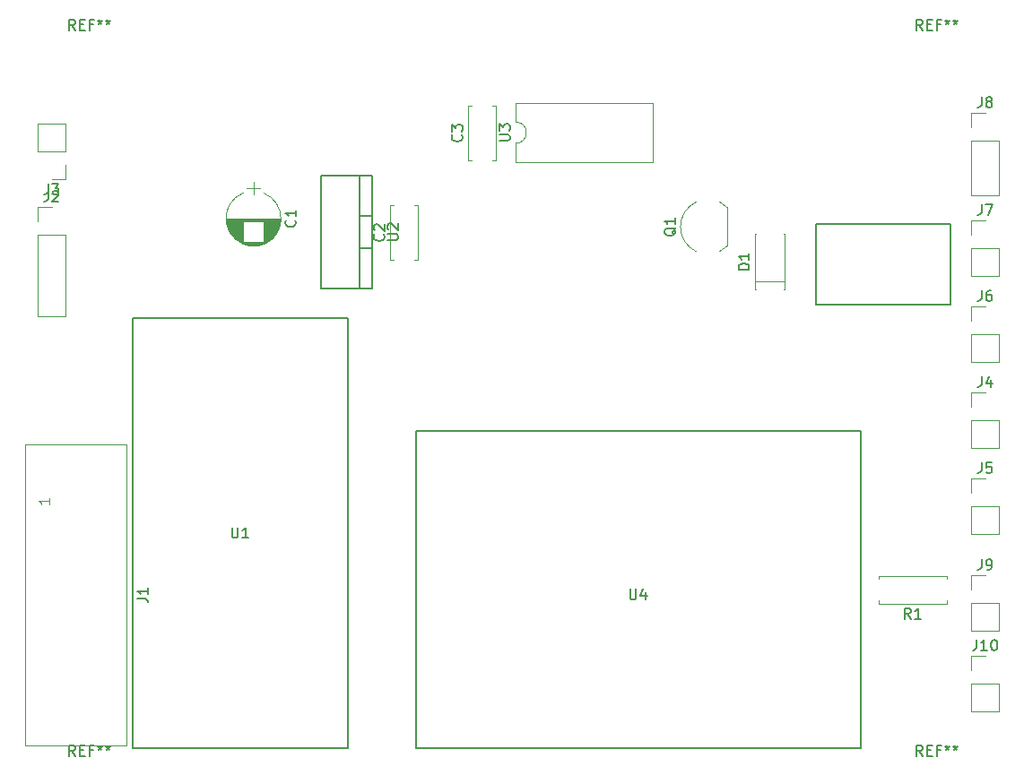
<source format=gbr>
G04 #@! TF.FileFunction,Legend,Top*
%FSLAX46Y46*%
G04 Gerber Fmt 4.6, Leading zero omitted, Abs format (unit mm)*
G04 Created by KiCad (PCBNEW 4.0.6-e0-6349~53~ubuntu16.04.1) date Mon May  1 16:02:50 2017*
%MOMM*%
%LPD*%
G01*
G04 APERTURE LIST*
%ADD10C,0.100000*%
%ADD11C,0.150000*%
%ADD12C,0.120000*%
%ADD13C,0.203200*%
G04 APERTURE END LIST*
D10*
D11*
X12192000Y48514000D02*
X32512000Y48514000D01*
X32512000Y48514000D02*
X32512000Y7874000D01*
X32512000Y7874000D02*
X12192000Y7874000D01*
X12192000Y7874000D02*
X12192000Y48514000D01*
D12*
X89062000Y21880000D02*
X89062000Y21550000D01*
X89062000Y21550000D02*
X82642000Y21550000D01*
X82642000Y21550000D02*
X82642000Y21880000D01*
X89062000Y23840000D02*
X89062000Y24170000D01*
X89062000Y24170000D02*
X82642000Y24170000D01*
X82642000Y24170000D02*
X82642000Y23840000D01*
X11658000Y36572000D02*
X11658000Y8132000D01*
X11658000Y8132000D02*
X2058000Y8132000D01*
X2058000Y8132000D02*
X2058000Y36572000D01*
X2058000Y36572000D02*
X11658000Y36572000D01*
X43902000Y63440000D02*
X43902000Y68560000D01*
X46522000Y63440000D02*
X46522000Y68560000D01*
X43902000Y63440000D02*
X44216000Y63440000D01*
X46208000Y63440000D02*
X46522000Y63440000D01*
X43902000Y68560000D02*
X44216000Y68560000D01*
X46208000Y68560000D02*
X46522000Y68560000D01*
D13*
X76708000Y49784000D02*
X76708000Y57404000D01*
X76708000Y57404000D02*
X89408000Y57404000D01*
X89408000Y57404000D02*
X89408000Y49784000D01*
X89408000Y49784000D02*
X76708000Y49784000D01*
D12*
X91380000Y65278000D02*
X91380000Y60138000D01*
X91380000Y60138000D02*
X94040000Y60138000D01*
X94040000Y60138000D02*
X94040000Y65278000D01*
X94040000Y65278000D02*
X91380000Y65278000D01*
X91380000Y66548000D02*
X91380000Y67878000D01*
X91380000Y67878000D02*
X92710000Y67878000D01*
X91380000Y30734000D02*
X91380000Y28134000D01*
X91380000Y28134000D02*
X94040000Y28134000D01*
X94040000Y28134000D02*
X94040000Y30734000D01*
X94040000Y30734000D02*
X91380000Y30734000D01*
X91380000Y32004000D02*
X91380000Y33334000D01*
X91380000Y33334000D02*
X92710000Y33334000D01*
X91380000Y38862000D02*
X91380000Y36262000D01*
X91380000Y36262000D02*
X94040000Y36262000D01*
X94040000Y36262000D02*
X94040000Y38862000D01*
X94040000Y38862000D02*
X91380000Y38862000D01*
X91380000Y40132000D02*
X91380000Y41462000D01*
X91380000Y41462000D02*
X92710000Y41462000D01*
X5902000Y64262000D02*
X5902000Y66862000D01*
X5902000Y66862000D02*
X3242000Y66862000D01*
X3242000Y66862000D02*
X3242000Y64262000D01*
X3242000Y64262000D02*
X5902000Y64262000D01*
X5902000Y62992000D02*
X5902000Y61662000D01*
X5902000Y61662000D02*
X4572000Y61662000D01*
X3242000Y56388000D02*
X3242000Y48708000D01*
X3242000Y48708000D02*
X5902000Y48708000D01*
X5902000Y48708000D02*
X5902000Y56388000D01*
X5902000Y56388000D02*
X3242000Y56388000D01*
X3242000Y57658000D02*
X3242000Y58988000D01*
X3242000Y58988000D02*
X4572000Y58988000D01*
X24603400Y55535137D02*
G75*
G03X24602000Y60329436I-981400J2396863D01*
G01*
X22640600Y55535137D02*
G75*
G02X22642000Y60329436I981400J2396863D01*
G01*
X22640600Y55535137D02*
G75*
G03X24602000Y55534564I981400J2396863D01*
G01*
X26172000Y57932000D02*
X21072000Y57932000D01*
X26172000Y57892000D02*
X21072000Y57892000D01*
X26171000Y57852000D02*
X21073000Y57852000D01*
X26170000Y57812000D02*
X21074000Y57812000D01*
X26168000Y57772000D02*
X21076000Y57772000D01*
X26165000Y57732000D02*
X21079000Y57732000D01*
X26161000Y57692000D02*
X21083000Y57692000D01*
X26157000Y57652000D02*
X24602000Y57652000D01*
X22642000Y57652000D02*
X21087000Y57652000D01*
X26153000Y57612000D02*
X24602000Y57612000D01*
X22642000Y57612000D02*
X21091000Y57612000D01*
X26147000Y57572000D02*
X24602000Y57572000D01*
X22642000Y57572000D02*
X21097000Y57572000D01*
X26141000Y57532000D02*
X24602000Y57532000D01*
X22642000Y57532000D02*
X21103000Y57532000D01*
X26135000Y57492000D02*
X24602000Y57492000D01*
X22642000Y57492000D02*
X21109000Y57492000D01*
X26128000Y57452000D02*
X24602000Y57452000D01*
X22642000Y57452000D02*
X21116000Y57452000D01*
X26120000Y57412000D02*
X24602000Y57412000D01*
X22642000Y57412000D02*
X21124000Y57412000D01*
X26111000Y57372000D02*
X24602000Y57372000D01*
X22642000Y57372000D02*
X21133000Y57372000D01*
X26102000Y57332000D02*
X24602000Y57332000D01*
X22642000Y57332000D02*
X21142000Y57332000D01*
X26092000Y57292000D02*
X24602000Y57292000D01*
X22642000Y57292000D02*
X21152000Y57292000D01*
X26082000Y57252000D02*
X24602000Y57252000D01*
X22642000Y57252000D02*
X21162000Y57252000D01*
X26070000Y57211000D02*
X24602000Y57211000D01*
X22642000Y57211000D02*
X21174000Y57211000D01*
X26058000Y57171000D02*
X24602000Y57171000D01*
X22642000Y57171000D02*
X21186000Y57171000D01*
X26046000Y57131000D02*
X24602000Y57131000D01*
X22642000Y57131000D02*
X21198000Y57131000D01*
X26032000Y57091000D02*
X24602000Y57091000D01*
X22642000Y57091000D02*
X21212000Y57091000D01*
X26018000Y57051000D02*
X24602000Y57051000D01*
X22642000Y57051000D02*
X21226000Y57051000D01*
X26004000Y57011000D02*
X24602000Y57011000D01*
X22642000Y57011000D02*
X21240000Y57011000D01*
X25988000Y56971000D02*
X24602000Y56971000D01*
X22642000Y56971000D02*
X21256000Y56971000D01*
X25972000Y56931000D02*
X24602000Y56931000D01*
X22642000Y56931000D02*
X21272000Y56931000D01*
X25955000Y56891000D02*
X24602000Y56891000D01*
X22642000Y56891000D02*
X21289000Y56891000D01*
X25937000Y56851000D02*
X24602000Y56851000D01*
X22642000Y56851000D02*
X21307000Y56851000D01*
X25918000Y56811000D02*
X24602000Y56811000D01*
X22642000Y56811000D02*
X21326000Y56811000D01*
X25898000Y56771000D02*
X24602000Y56771000D01*
X22642000Y56771000D02*
X21346000Y56771000D01*
X25878000Y56731000D02*
X24602000Y56731000D01*
X22642000Y56731000D02*
X21366000Y56731000D01*
X25856000Y56691000D02*
X24602000Y56691000D01*
X22642000Y56691000D02*
X21388000Y56691000D01*
X25834000Y56651000D02*
X24602000Y56651000D01*
X22642000Y56651000D02*
X21410000Y56651000D01*
X25811000Y56611000D02*
X24602000Y56611000D01*
X22642000Y56611000D02*
X21433000Y56611000D01*
X25787000Y56571000D02*
X24602000Y56571000D01*
X22642000Y56571000D02*
X21457000Y56571000D01*
X25762000Y56531000D02*
X24602000Y56531000D01*
X22642000Y56531000D02*
X21482000Y56531000D01*
X25735000Y56491000D02*
X24602000Y56491000D01*
X22642000Y56491000D02*
X21509000Y56491000D01*
X25708000Y56451000D02*
X24602000Y56451000D01*
X22642000Y56451000D02*
X21536000Y56451000D01*
X25680000Y56411000D02*
X24602000Y56411000D01*
X22642000Y56411000D02*
X21564000Y56411000D01*
X25650000Y56371000D02*
X24602000Y56371000D01*
X22642000Y56371000D02*
X21594000Y56371000D01*
X25619000Y56331000D02*
X24602000Y56331000D01*
X22642000Y56331000D02*
X21625000Y56331000D01*
X25587000Y56291000D02*
X24602000Y56291000D01*
X22642000Y56291000D02*
X21657000Y56291000D01*
X25554000Y56251000D02*
X24602000Y56251000D01*
X22642000Y56251000D02*
X21690000Y56251000D01*
X25519000Y56211000D02*
X24602000Y56211000D01*
X22642000Y56211000D02*
X21725000Y56211000D01*
X25483000Y56171000D02*
X24602000Y56171000D01*
X22642000Y56171000D02*
X21761000Y56171000D01*
X25445000Y56131000D02*
X24602000Y56131000D01*
X22642000Y56131000D02*
X21799000Y56131000D01*
X25405000Y56091000D02*
X24602000Y56091000D01*
X22642000Y56091000D02*
X21839000Y56091000D01*
X25364000Y56051000D02*
X24602000Y56051000D01*
X22642000Y56051000D02*
X21880000Y56051000D01*
X25321000Y56011000D02*
X24602000Y56011000D01*
X22642000Y56011000D02*
X21923000Y56011000D01*
X25276000Y55971000D02*
X24602000Y55971000D01*
X22642000Y55971000D02*
X21968000Y55971000D01*
X25228000Y55931000D02*
X24602000Y55931000D01*
X22642000Y55931000D02*
X22016000Y55931000D01*
X25178000Y55891000D02*
X24602000Y55891000D01*
X22642000Y55891000D02*
X22066000Y55891000D01*
X25126000Y55851000D02*
X24602000Y55851000D01*
X22642000Y55851000D02*
X22118000Y55851000D01*
X25070000Y55811000D02*
X24602000Y55811000D01*
X22642000Y55811000D02*
X22174000Y55811000D01*
X25012000Y55771000D02*
X24602000Y55771000D01*
X22642000Y55771000D02*
X22232000Y55771000D01*
X24949000Y55731000D02*
X24602000Y55731000D01*
X22642000Y55731000D02*
X22295000Y55731000D01*
X24883000Y55691000D02*
X22361000Y55691000D01*
X24811000Y55651000D02*
X22433000Y55651000D01*
X24734000Y55611000D02*
X22510000Y55611000D01*
X24650000Y55571000D02*
X22594000Y55571000D01*
X24556000Y55531000D02*
X22688000Y55531000D01*
X24451000Y55491000D02*
X22793000Y55491000D01*
X24329000Y55451000D02*
X22915000Y55451000D01*
X24181000Y55411000D02*
X23063000Y55411000D01*
X23976000Y55371000D02*
X23268000Y55371000D01*
X23622000Y61382000D02*
X23622000Y60182000D01*
X24272000Y60782000D02*
X22972000Y60782000D01*
X36536000Y54042000D02*
X36536000Y59162000D01*
X39156000Y54042000D02*
X39156000Y59162000D01*
X36536000Y54042000D02*
X36850000Y54042000D01*
X38842000Y54042000D02*
X39156000Y54042000D01*
X36536000Y59162000D02*
X36850000Y59162000D01*
X38842000Y59162000D02*
X39156000Y59162000D01*
X71110000Y51188000D02*
X70980000Y51188000D01*
X70980000Y51188000D02*
X70980000Y56508000D01*
X70980000Y56508000D02*
X71110000Y56508000D01*
X73670000Y51188000D02*
X73800000Y51188000D01*
X73800000Y51188000D02*
X73800000Y56508000D01*
X73800000Y56508000D02*
X73670000Y56508000D01*
X70980000Y52028000D02*
X73800000Y52028000D01*
X91380000Y46990000D02*
X91380000Y44390000D01*
X91380000Y44390000D02*
X94040000Y44390000D01*
X94040000Y44390000D02*
X94040000Y46990000D01*
X94040000Y46990000D02*
X91380000Y46990000D01*
X91380000Y48260000D02*
X91380000Y49590000D01*
X91380000Y49590000D02*
X92710000Y49590000D01*
X91380000Y55118000D02*
X91380000Y52518000D01*
X91380000Y52518000D02*
X94040000Y52518000D01*
X94040000Y52518000D02*
X94040000Y55118000D01*
X94040000Y55118000D02*
X91380000Y55118000D01*
X91380000Y56388000D02*
X91380000Y57718000D01*
X91380000Y57718000D02*
X92710000Y57718000D01*
X91380000Y21590000D02*
X91380000Y18990000D01*
X91380000Y18990000D02*
X94040000Y18990000D01*
X94040000Y18990000D02*
X94040000Y21590000D01*
X94040000Y21590000D02*
X91380000Y21590000D01*
X91380000Y22860000D02*
X91380000Y24190000D01*
X91380000Y24190000D02*
X92710000Y24190000D01*
X91380000Y13970000D02*
X91380000Y11370000D01*
X91380000Y11370000D02*
X94040000Y11370000D01*
X94040000Y11370000D02*
X94040000Y13970000D01*
X94040000Y13970000D02*
X91380000Y13970000D01*
X91380000Y15240000D02*
X91380000Y16570000D01*
X91380000Y16570000D02*
X92710000Y16570000D01*
X68398000Y55350000D02*
X68398000Y58950000D01*
X67670795Y54825816D02*
G75*
G03X68398000Y55350000I-1122795J2324184D01*
G01*
X65449193Y54793600D02*
G75*
G02X63948000Y57150000I1098807J2356400D01*
G01*
X65449193Y59506400D02*
G75*
G03X63948000Y57150000I1098807J-2356400D01*
G01*
X67670795Y59474184D02*
G75*
G02X68398000Y58950000I-1122795J-2324184D01*
G01*
D11*
X34798000Y58166000D02*
X33655000Y58166000D01*
X34798000Y55118000D02*
X33655000Y55118000D01*
X33655000Y51308000D02*
X29972000Y51308000D01*
X29972000Y51308000D02*
X29972000Y61976000D01*
X29972000Y61976000D02*
X33655000Y61976000D01*
X34798000Y51308000D02*
X33655000Y51308000D01*
X33655000Y51308000D02*
X33655000Y61976000D01*
X33655000Y61976000D02*
X34798000Y61976000D01*
X34798000Y56642000D02*
X34798000Y61976000D01*
X34798000Y56642000D02*
X34798000Y51308000D01*
X38944000Y37860000D02*
X80944000Y37860000D01*
X80944000Y37860000D02*
X80944000Y7860000D01*
X80944000Y7860000D02*
X38944000Y7860000D01*
X38944000Y7860000D02*
X38944000Y37860000D01*
D12*
X48394000Y65040000D02*
X48394000Y63270000D01*
X48394000Y63270000D02*
X61334000Y63270000D01*
X61334000Y63270000D02*
X61334000Y68810000D01*
X61334000Y68810000D02*
X48394000Y68810000D01*
X48394000Y68810000D02*
X48394000Y67040000D01*
X48394000Y67040000D02*
G75*
G02X48394000Y65040000I0J-1000000D01*
G01*
D11*
X21590095Y28741619D02*
X21590095Y27932095D01*
X21637714Y27836857D01*
X21685333Y27789238D01*
X21780571Y27741619D01*
X21971048Y27741619D01*
X22066286Y27789238D01*
X22113905Y27836857D01*
X22161524Y27932095D01*
X22161524Y28741619D01*
X23161524Y27741619D02*
X22590095Y27741619D01*
X22875809Y27741619D02*
X22875809Y28741619D01*
X22780571Y28598762D01*
X22685333Y28503524D01*
X22590095Y28455905D01*
X85685334Y20097619D02*
X85352000Y20573810D01*
X85113905Y20097619D02*
X85113905Y21097619D01*
X85494858Y21097619D01*
X85590096Y21050000D01*
X85637715Y21002381D01*
X85685334Y20907143D01*
X85685334Y20764286D01*
X85637715Y20669048D01*
X85590096Y20621429D01*
X85494858Y20573810D01*
X85113905Y20573810D01*
X86637715Y20097619D02*
X86066286Y20097619D01*
X86352000Y20097619D02*
X86352000Y21097619D01*
X86256762Y20954762D01*
X86161524Y20859524D01*
X86066286Y20811905D01*
X12660381Y22018667D02*
X13374667Y22018667D01*
X13517524Y21971047D01*
X13612762Y21875809D01*
X13660381Y21732952D01*
X13660381Y21637714D01*
X13660381Y23018667D02*
X13660381Y22447238D01*
X13660381Y22732952D02*
X12660381Y22732952D01*
X12803238Y22637714D01*
X12898476Y22542476D01*
X12946095Y22447238D01*
D12*
X4320381Y31507715D02*
X4320381Y30936286D01*
X4320381Y31222000D02*
X3320381Y31222000D01*
X3463238Y31126762D01*
X3558476Y31031524D01*
X3606095Y30936286D01*
D11*
X43259143Y65833334D02*
X43306762Y65785715D01*
X43354381Y65642858D01*
X43354381Y65547620D01*
X43306762Y65404762D01*
X43211524Y65309524D01*
X43116286Y65261905D01*
X42925810Y65214286D01*
X42782952Y65214286D01*
X42592476Y65261905D01*
X42497238Y65309524D01*
X42402000Y65404762D01*
X42354381Y65547620D01*
X42354381Y65642858D01*
X42402000Y65785715D01*
X42449619Y65833334D01*
X42354381Y66166667D02*
X42354381Y66785715D01*
X42735333Y66452381D01*
X42735333Y66595239D01*
X42782952Y66690477D01*
X42830571Y66738096D01*
X42925810Y66785715D01*
X43163905Y66785715D01*
X43259143Y66738096D01*
X43306762Y66690477D01*
X43354381Y66595239D01*
X43354381Y66309524D01*
X43306762Y66214286D01*
X43259143Y66166667D01*
X86804667Y75737619D02*
X86471333Y76213810D01*
X86233238Y75737619D02*
X86233238Y76737619D01*
X86614191Y76737619D01*
X86709429Y76690000D01*
X86757048Y76642381D01*
X86804667Y76547143D01*
X86804667Y76404286D01*
X86757048Y76309048D01*
X86709429Y76261429D01*
X86614191Y76213810D01*
X86233238Y76213810D01*
X87233238Y76261429D02*
X87566572Y76261429D01*
X87709429Y75737619D02*
X87233238Y75737619D01*
X87233238Y76737619D01*
X87709429Y76737619D01*
X88471334Y76261429D02*
X88138000Y76261429D01*
X88138000Y75737619D02*
X88138000Y76737619D01*
X88614191Y76737619D01*
X89138000Y76737619D02*
X89138000Y76499524D01*
X88899905Y76594762D02*
X89138000Y76499524D01*
X89376096Y76594762D01*
X88995143Y76309048D02*
X89138000Y76499524D01*
X89280858Y76309048D01*
X89899905Y76737619D02*
X89899905Y76499524D01*
X89661810Y76594762D02*
X89899905Y76499524D01*
X90138001Y76594762D01*
X89757048Y76309048D02*
X89899905Y76499524D01*
X90042763Y76309048D01*
X6794667Y75737619D02*
X6461333Y76213810D01*
X6223238Y75737619D02*
X6223238Y76737619D01*
X6604191Y76737619D01*
X6699429Y76690000D01*
X6747048Y76642381D01*
X6794667Y76547143D01*
X6794667Y76404286D01*
X6747048Y76309048D01*
X6699429Y76261429D01*
X6604191Y76213810D01*
X6223238Y76213810D01*
X7223238Y76261429D02*
X7556572Y76261429D01*
X7699429Y75737619D02*
X7223238Y75737619D01*
X7223238Y76737619D01*
X7699429Y76737619D01*
X8461334Y76261429D02*
X8128000Y76261429D01*
X8128000Y75737619D02*
X8128000Y76737619D01*
X8604191Y76737619D01*
X9128000Y76737619D02*
X9128000Y76499524D01*
X8889905Y76594762D02*
X9128000Y76499524D01*
X9366096Y76594762D01*
X8985143Y76309048D02*
X9128000Y76499524D01*
X9270858Y76309048D01*
X9889905Y76737619D02*
X9889905Y76499524D01*
X9651810Y76594762D02*
X9889905Y76499524D01*
X10128001Y76594762D01*
X9747048Y76309048D02*
X9889905Y76499524D01*
X10032763Y76309048D01*
X6794667Y7157619D02*
X6461333Y7633810D01*
X6223238Y7157619D02*
X6223238Y8157619D01*
X6604191Y8157619D01*
X6699429Y8110000D01*
X6747048Y8062381D01*
X6794667Y7967143D01*
X6794667Y7824286D01*
X6747048Y7729048D01*
X6699429Y7681429D01*
X6604191Y7633810D01*
X6223238Y7633810D01*
X7223238Y7681429D02*
X7556572Y7681429D01*
X7699429Y7157619D02*
X7223238Y7157619D01*
X7223238Y8157619D01*
X7699429Y8157619D01*
X8461334Y7681429D02*
X8128000Y7681429D01*
X8128000Y7157619D02*
X8128000Y8157619D01*
X8604191Y8157619D01*
X9128000Y8157619D02*
X9128000Y7919524D01*
X8889905Y8014762D02*
X9128000Y7919524D01*
X9366096Y8014762D01*
X8985143Y7729048D02*
X9128000Y7919524D01*
X9270858Y7729048D01*
X9889905Y8157619D02*
X9889905Y7919524D01*
X9651810Y8014762D02*
X9889905Y7919524D01*
X10128001Y8014762D01*
X9747048Y7729048D02*
X9889905Y7919524D01*
X10032763Y7729048D01*
X86804667Y7157619D02*
X86471333Y7633810D01*
X86233238Y7157619D02*
X86233238Y8157619D01*
X86614191Y8157619D01*
X86709429Y8110000D01*
X86757048Y8062381D01*
X86804667Y7967143D01*
X86804667Y7824286D01*
X86757048Y7729048D01*
X86709429Y7681429D01*
X86614191Y7633810D01*
X86233238Y7633810D01*
X87233238Y7681429D02*
X87566572Y7681429D01*
X87709429Y7157619D02*
X87233238Y7157619D01*
X87233238Y8157619D01*
X87709429Y8157619D01*
X88471334Y7681429D02*
X88138000Y7681429D01*
X88138000Y7157619D02*
X88138000Y8157619D01*
X88614191Y8157619D01*
X89138000Y8157619D02*
X89138000Y7919524D01*
X88899905Y8014762D02*
X89138000Y7919524D01*
X89376096Y8014762D01*
X88995143Y7729048D02*
X89138000Y7919524D01*
X89280858Y7729048D01*
X89899905Y8157619D02*
X89899905Y7919524D01*
X89661810Y8014762D02*
X89899905Y7919524D01*
X90138001Y8014762D01*
X89757048Y7729048D02*
X89899905Y7919524D01*
X90042763Y7729048D01*
X92376667Y69425619D02*
X92376667Y68711333D01*
X92329047Y68568476D01*
X92233809Y68473238D01*
X92090952Y68425619D01*
X91995714Y68425619D01*
X92995714Y68997048D02*
X92900476Y69044667D01*
X92852857Y69092286D01*
X92805238Y69187524D01*
X92805238Y69235143D01*
X92852857Y69330381D01*
X92900476Y69378000D01*
X92995714Y69425619D01*
X93186191Y69425619D01*
X93281429Y69378000D01*
X93329048Y69330381D01*
X93376667Y69235143D01*
X93376667Y69187524D01*
X93329048Y69092286D01*
X93281429Y69044667D01*
X93186191Y68997048D01*
X92995714Y68997048D01*
X92900476Y68949429D01*
X92852857Y68901810D01*
X92805238Y68806571D01*
X92805238Y68616095D01*
X92852857Y68520857D01*
X92900476Y68473238D01*
X92995714Y68425619D01*
X93186191Y68425619D01*
X93281429Y68473238D01*
X93329048Y68520857D01*
X93376667Y68616095D01*
X93376667Y68806571D01*
X93329048Y68901810D01*
X93281429Y68949429D01*
X93186191Y68997048D01*
X92376667Y34881619D02*
X92376667Y34167333D01*
X92329047Y34024476D01*
X92233809Y33929238D01*
X92090952Y33881619D01*
X91995714Y33881619D01*
X93329048Y34881619D02*
X92852857Y34881619D01*
X92805238Y34405429D01*
X92852857Y34453048D01*
X92948095Y34500667D01*
X93186191Y34500667D01*
X93281429Y34453048D01*
X93329048Y34405429D01*
X93376667Y34310190D01*
X93376667Y34072095D01*
X93329048Y33976857D01*
X93281429Y33929238D01*
X93186191Y33881619D01*
X92948095Y33881619D01*
X92852857Y33929238D01*
X92805238Y33976857D01*
X92376667Y43009619D02*
X92376667Y42295333D01*
X92329047Y42152476D01*
X92233809Y42057238D01*
X92090952Y42009619D01*
X91995714Y42009619D01*
X93281429Y42676286D02*
X93281429Y42009619D01*
X93043333Y43057238D02*
X92805238Y42342952D01*
X93424286Y42342952D01*
X4238667Y61209619D02*
X4238667Y60495333D01*
X4191047Y60352476D01*
X4095809Y60257238D01*
X3952952Y60209619D01*
X3857714Y60209619D01*
X4619619Y61209619D02*
X5238667Y61209619D01*
X4905333Y60828667D01*
X5048191Y60828667D01*
X5143429Y60781048D01*
X5191048Y60733429D01*
X5238667Y60638190D01*
X5238667Y60400095D01*
X5191048Y60304857D01*
X5143429Y60257238D01*
X5048191Y60209619D01*
X4762476Y60209619D01*
X4667238Y60257238D01*
X4619619Y60304857D01*
X4238667Y60535619D02*
X4238667Y59821333D01*
X4191047Y59678476D01*
X4095809Y59583238D01*
X3952952Y59535619D01*
X3857714Y59535619D01*
X4667238Y60440381D02*
X4714857Y60488000D01*
X4810095Y60535619D01*
X5048191Y60535619D01*
X5143429Y60488000D01*
X5191048Y60440381D01*
X5238667Y60345143D01*
X5238667Y60249905D01*
X5191048Y60107048D01*
X4619619Y59535619D01*
X5238667Y59535619D01*
X27539143Y57765334D02*
X27586762Y57717715D01*
X27634381Y57574858D01*
X27634381Y57479620D01*
X27586762Y57336762D01*
X27491524Y57241524D01*
X27396286Y57193905D01*
X27205810Y57146286D01*
X27062952Y57146286D01*
X26872476Y57193905D01*
X26777238Y57241524D01*
X26682000Y57336762D01*
X26634381Y57479620D01*
X26634381Y57574858D01*
X26682000Y57717715D01*
X26729619Y57765334D01*
X27634381Y58717715D02*
X27634381Y58146286D01*
X27634381Y58432000D02*
X26634381Y58432000D01*
X26777238Y58336762D01*
X26872476Y58241524D01*
X26920095Y58146286D01*
X35893143Y56435334D02*
X35940762Y56387715D01*
X35988381Y56244858D01*
X35988381Y56149620D01*
X35940762Y56006762D01*
X35845524Y55911524D01*
X35750286Y55863905D01*
X35559810Y55816286D01*
X35416952Y55816286D01*
X35226476Y55863905D01*
X35131238Y55911524D01*
X35036000Y56006762D01*
X34988381Y56149620D01*
X34988381Y56244858D01*
X35036000Y56387715D01*
X35083619Y56435334D01*
X35083619Y56816286D02*
X35036000Y56863905D01*
X34988381Y56959143D01*
X34988381Y57197239D01*
X35036000Y57292477D01*
X35083619Y57340096D01*
X35178857Y57387715D01*
X35274095Y57387715D01*
X35416952Y57340096D01*
X35988381Y56768667D01*
X35988381Y57387715D01*
X70432381Y53109905D02*
X69432381Y53109905D01*
X69432381Y53348000D01*
X69480000Y53490858D01*
X69575238Y53586096D01*
X69670476Y53633715D01*
X69860952Y53681334D01*
X70003810Y53681334D01*
X70194286Y53633715D01*
X70289524Y53586096D01*
X70384762Y53490858D01*
X70432381Y53348000D01*
X70432381Y53109905D01*
X70432381Y54633715D02*
X70432381Y54062286D01*
X70432381Y54348000D02*
X69432381Y54348000D01*
X69575238Y54252762D01*
X69670476Y54157524D01*
X69718095Y54062286D01*
X92376667Y51137619D02*
X92376667Y50423333D01*
X92329047Y50280476D01*
X92233809Y50185238D01*
X92090952Y50137619D01*
X91995714Y50137619D01*
X93281429Y51137619D02*
X93090952Y51137619D01*
X92995714Y51090000D01*
X92948095Y51042381D01*
X92852857Y50899524D01*
X92805238Y50709048D01*
X92805238Y50328095D01*
X92852857Y50232857D01*
X92900476Y50185238D01*
X92995714Y50137619D01*
X93186191Y50137619D01*
X93281429Y50185238D01*
X93329048Y50232857D01*
X93376667Y50328095D01*
X93376667Y50566190D01*
X93329048Y50661429D01*
X93281429Y50709048D01*
X93186191Y50756667D01*
X92995714Y50756667D01*
X92900476Y50709048D01*
X92852857Y50661429D01*
X92805238Y50566190D01*
X92376667Y59265619D02*
X92376667Y58551333D01*
X92329047Y58408476D01*
X92233809Y58313238D01*
X92090952Y58265619D01*
X91995714Y58265619D01*
X92757619Y59265619D02*
X93424286Y59265619D01*
X92995714Y58265619D01*
X92376667Y25737619D02*
X92376667Y25023333D01*
X92329047Y24880476D01*
X92233809Y24785238D01*
X92090952Y24737619D01*
X91995714Y24737619D01*
X92900476Y24737619D02*
X93090952Y24737619D01*
X93186191Y24785238D01*
X93233810Y24832857D01*
X93329048Y24975714D01*
X93376667Y25166190D01*
X93376667Y25547143D01*
X93329048Y25642381D01*
X93281429Y25690000D01*
X93186191Y25737619D01*
X92995714Y25737619D01*
X92900476Y25690000D01*
X92852857Y25642381D01*
X92805238Y25547143D01*
X92805238Y25309048D01*
X92852857Y25213810D01*
X92900476Y25166190D01*
X92995714Y25118571D01*
X93186191Y25118571D01*
X93281429Y25166190D01*
X93329048Y25213810D01*
X93376667Y25309048D01*
X91900477Y18117619D02*
X91900477Y17403333D01*
X91852857Y17260476D01*
X91757619Y17165238D01*
X91614762Y17117619D01*
X91519524Y17117619D01*
X92900477Y17117619D02*
X92329048Y17117619D01*
X92614762Y17117619D02*
X92614762Y18117619D01*
X92519524Y17974762D01*
X92424286Y17879524D01*
X92329048Y17831905D01*
X93519524Y18117619D02*
X93614763Y18117619D01*
X93710001Y18070000D01*
X93757620Y18022381D01*
X93805239Y17927143D01*
X93852858Y17736667D01*
X93852858Y17498571D01*
X93805239Y17308095D01*
X93757620Y17212857D01*
X93710001Y17165238D01*
X93614763Y17117619D01*
X93519524Y17117619D01*
X93424286Y17165238D01*
X93376667Y17212857D01*
X93329048Y17308095D01*
X93281429Y17498571D01*
X93281429Y17736667D01*
X93329048Y17927143D01*
X93376667Y18022381D01*
X93424286Y18070000D01*
X93519524Y18117619D01*
X63535619Y57054762D02*
X63488000Y56959524D01*
X63392762Y56864286D01*
X63249905Y56721429D01*
X63202286Y56626190D01*
X63202286Y56530952D01*
X63440381Y56578571D02*
X63392762Y56483333D01*
X63297524Y56388095D01*
X63107048Y56340476D01*
X62773714Y56340476D01*
X62583238Y56388095D01*
X62488000Y56483333D01*
X62440381Y56578571D01*
X62440381Y56769048D01*
X62488000Y56864286D01*
X62583238Y56959524D01*
X62773714Y57007143D01*
X63107048Y57007143D01*
X63297524Y56959524D01*
X63392762Y56864286D01*
X63440381Y56769048D01*
X63440381Y56578571D01*
X63440381Y57959524D02*
X63440381Y57388095D01*
X63440381Y57673809D02*
X62440381Y57673809D01*
X62583238Y57578571D01*
X62678476Y57483333D01*
X62726095Y57388095D01*
X36282381Y55880095D02*
X37091905Y55880095D01*
X37187143Y55927714D01*
X37234762Y55975333D01*
X37282381Y56070571D01*
X37282381Y56261048D01*
X37234762Y56356286D01*
X37187143Y56403905D01*
X37091905Y56451524D01*
X36282381Y56451524D01*
X36377619Y56880095D02*
X36330000Y56927714D01*
X36282381Y57022952D01*
X36282381Y57261048D01*
X36330000Y57356286D01*
X36377619Y57403905D01*
X36472857Y57451524D01*
X36568095Y57451524D01*
X36710952Y57403905D01*
X37282381Y56832476D01*
X37282381Y57451524D01*
X59182095Y22907619D02*
X59182095Y22098095D01*
X59229714Y22002857D01*
X59277333Y21955238D01*
X59372571Y21907619D01*
X59563048Y21907619D01*
X59658286Y21955238D01*
X59705905Y22002857D01*
X59753524Y22098095D01*
X59753524Y22907619D01*
X60658286Y22574286D02*
X60658286Y21907619D01*
X60420190Y22955238D02*
X60182095Y22240952D01*
X60801143Y22240952D01*
X46846381Y65278095D02*
X47655905Y65278095D01*
X47751143Y65325714D01*
X47798762Y65373333D01*
X47846381Y65468571D01*
X47846381Y65659048D01*
X47798762Y65754286D01*
X47751143Y65801905D01*
X47655905Y65849524D01*
X46846381Y65849524D01*
X46846381Y66230476D02*
X46846381Y66849524D01*
X47227333Y66516190D01*
X47227333Y66659048D01*
X47274952Y66754286D01*
X47322571Y66801905D01*
X47417810Y66849524D01*
X47655905Y66849524D01*
X47751143Y66801905D01*
X47798762Y66754286D01*
X47846381Y66659048D01*
X47846381Y66373333D01*
X47798762Y66278095D01*
X47751143Y66230476D01*
M02*

</source>
